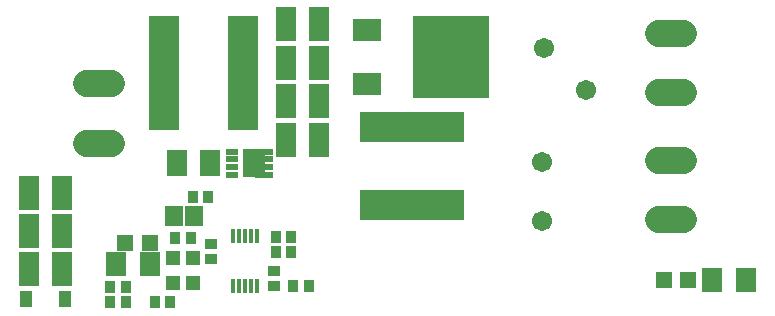
<source format=gts>
G75*
G70*
%OFA0B0*%
%FSLAX24Y24*%
%IPPOS*%
%LPD*%
%AMOC8*
5,1,8,0,0,1.08239X$1,22.5*
%
%ADD10R,0.0178X0.0474*%
%ADD11R,0.0710X0.1143*%
%ADD12R,0.0513X0.0474*%
%ADD13R,0.0356X0.0434*%
%ADD14R,0.0434X0.0356*%
%ADD15R,0.0592X0.0671*%
%ADD16R,0.0710X0.0867*%
%ADD17R,0.1021X0.3820*%
%ADD18R,0.3509X0.1017*%
%ADD19R,0.2533X0.2734*%
%ADD20R,0.0978X0.0719*%
%ADD21R,0.0395X0.0214*%
%ADD22R,0.0592X0.0214*%
%ADD23R,0.0753X0.0982*%
%ADD24C,0.0907*%
%ADD25R,0.0438X0.0560*%
%ADD26R,0.0552X0.0552*%
%ADD27R,0.0710X0.0790*%
%ADD28C,0.0674*%
D10*
X010765Y005800D03*
X010962Y005800D03*
X011159Y005800D03*
X011355Y005800D03*
X011552Y005800D03*
X011552Y007464D03*
X011355Y007464D03*
X011159Y007464D03*
X010962Y007464D03*
X010765Y007464D03*
D11*
X005066Y007616D03*
X003964Y007616D03*
X003964Y006337D03*
X005066Y006337D03*
X005066Y008896D03*
X003964Y008896D03*
X012527Y010667D03*
X013629Y010667D03*
X013629Y011947D03*
X012527Y011947D03*
X012527Y013226D03*
X013629Y013226D03*
X013629Y014506D03*
X012527Y014506D03*
D12*
X009426Y006730D03*
X008757Y006730D03*
X008757Y005894D03*
X009426Y005894D03*
D13*
X006670Y005254D03*
X007182Y005254D03*
X008147Y005254D03*
X008659Y005254D03*
X007182Y005746D03*
X006670Y005746D03*
X008836Y007370D03*
X009347Y007370D03*
X009426Y008748D03*
X009938Y008748D03*
X012182Y007419D03*
X012694Y007419D03*
X012694Y006927D03*
X012182Y006927D03*
X012773Y005795D03*
X013284Y005795D03*
D14*
X012143Y005786D03*
X012143Y006297D03*
X010027Y006671D03*
X010027Y007183D03*
D15*
X009475Y008108D03*
X008806Y008108D03*
D16*
X008885Y009880D03*
X009987Y009880D03*
D17*
X011090Y012882D03*
X008471Y012882D03*
D18*
X016720Y011091D03*
X016720Y008473D03*
D19*
X018033Y013423D03*
D20*
X015220Y012526D03*
X015220Y014321D03*
D21*
X010716Y010264D03*
X010716Y010008D03*
X010716Y009752D03*
X010716Y009496D03*
D22*
X011798Y009496D03*
X011798Y009752D03*
X011798Y010008D03*
X011798Y010264D03*
D23*
X011462Y009880D03*
D24*
X006700Y010569D02*
X005873Y010569D01*
X005873Y012537D02*
X006700Y012537D01*
X024918Y012242D02*
X025745Y012242D01*
X025745Y014211D02*
X024918Y014211D01*
X024918Y009978D02*
X025745Y009978D01*
X025745Y008010D02*
X024918Y008010D01*
D25*
X005159Y005352D03*
X003871Y005352D03*
D26*
X007153Y007223D03*
X007979Y007223D03*
X025115Y005992D03*
X025942Y005992D03*
D27*
X026740Y005992D03*
X027860Y005992D03*
X007978Y006534D03*
X006859Y006534D03*
D28*
X021050Y007961D03*
X021050Y009929D03*
X022534Y012334D03*
X021142Y013726D03*
M02*

</source>
